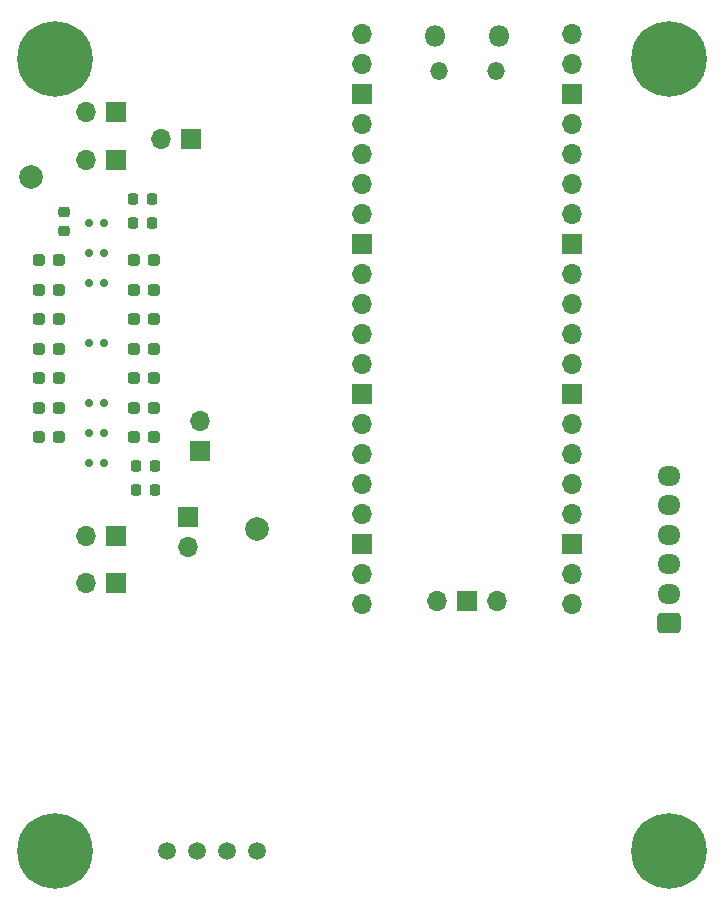
<source format=gbr>
%TF.GenerationSoftware,KiCad,Pcbnew,(6.0.10)*%
%TF.CreationDate,2023-03-05T19:00:04+01:00*%
%TF.ProjectId,HighPrecPosSens,48696768-5072-4656-9350-6f7353656e73,1*%
%TF.SameCoordinates,Original*%
%TF.FileFunction,Soldermask,Bot*%
%TF.FilePolarity,Negative*%
%FSLAX46Y46*%
G04 Gerber Fmt 4.6, Leading zero omitted, Abs format (unit mm)*
G04 Created by KiCad (PCBNEW (6.0.10)) date 2023-03-05 19:00:04*
%MOMM*%
%LPD*%
G01*
G04 APERTURE LIST*
G04 Aperture macros list*
%AMRoundRect*
0 Rectangle with rounded corners*
0 $1 Rounding radius*
0 $2 $3 $4 $5 $6 $7 $8 $9 X,Y pos of 4 corners*
0 Add a 4 corners polygon primitive as box body*
4,1,4,$2,$3,$4,$5,$6,$7,$8,$9,$2,$3,0*
0 Add four circle primitives for the rounded corners*
1,1,$1+$1,$2,$3*
1,1,$1+$1,$4,$5*
1,1,$1+$1,$6,$7*
1,1,$1+$1,$8,$9*
0 Add four rect primitives between the rounded corners*
20,1,$1+$1,$2,$3,$4,$5,0*
20,1,$1+$1,$4,$5,$6,$7,0*
20,1,$1+$1,$6,$7,$8,$9,0*
20,1,$1+$1,$8,$9,$2,$3,0*%
G04 Aperture macros list end*
%ADD10C,6.400000*%
%ADD11RoundRect,0.250000X0.725000X-0.600000X0.725000X0.600000X-0.725000X0.600000X-0.725000X-0.600000X0*%
%ADD12O,1.950000X1.700000*%
%ADD13C,1.500000*%
%ADD14R,1.700000X1.700000*%
%ADD15O,1.700000X1.700000*%
%ADD16O,1.800000X1.800000*%
%ADD17O,1.500000X1.500000*%
%ADD18RoundRect,0.237500X-0.287500X-0.237500X0.287500X-0.237500X0.287500X0.237500X-0.287500X0.237500X0*%
%ADD19C,2.000000*%
%ADD20RoundRect,0.237500X0.287500X0.237500X-0.287500X0.237500X-0.287500X-0.237500X0.287500X-0.237500X0*%
%ADD21RoundRect,0.225000X-0.225000X-0.250000X0.225000X-0.250000X0.225000X0.250000X-0.225000X0.250000X0*%
%ADD22RoundRect,0.225000X0.250000X-0.225000X0.250000X0.225000X-0.250000X0.225000X-0.250000X-0.225000X0*%
%ADD23C,0.700000*%
G04 APERTURE END LIST*
D10*
%TO.C,H2*%
X118750000Y-57980864D03*
%TD*%
D11*
%TO.C,J5*%
X118725000Y-105730864D03*
D12*
X118725000Y-103230864D03*
X118725000Y-100730864D03*
X118725000Y-98230864D03*
X118725000Y-95730864D03*
X118725000Y-93230864D03*
%TD*%
D13*
%TO.C,TP1*%
X78740000Y-125000000D03*
%TD*%
D10*
%TO.C,H4*%
X118750000Y-124980864D03*
%TD*%
D14*
%TO.C,J8*%
X77978000Y-96774000D03*
D15*
X77978000Y-99314000D03*
%TD*%
D13*
%TO.C,TP4*%
X76200000Y-125000000D03*
%TD*%
%TO.C,TP3*%
X81280000Y-125000000D03*
%TD*%
D10*
%TO.C,H1*%
X66750000Y-57980864D03*
%TD*%
D13*
%TO.C,TP2*%
X83820000Y-125000000D03*
%TD*%
D10*
%TO.C,H3*%
X66750000Y-124980864D03*
%TD*%
D16*
%TO.C,U6*%
X98925000Y-55980864D03*
X104375000Y-55980864D03*
D17*
X99225000Y-59010864D03*
X104075000Y-59010864D03*
D15*
X92760000Y-55850864D03*
X92760000Y-58390864D03*
D14*
X92760000Y-60930864D03*
D15*
X92760000Y-63470864D03*
X92760000Y-66010864D03*
X92760000Y-68550864D03*
X92760000Y-71090864D03*
D14*
X92760000Y-73630864D03*
D15*
X92760000Y-76170864D03*
X92760000Y-78710864D03*
X92760000Y-81250864D03*
X92760000Y-83790864D03*
D14*
X92760000Y-86330864D03*
D15*
X92760000Y-88870864D03*
X92760000Y-91410864D03*
X92760000Y-93950864D03*
X92760000Y-96490864D03*
D14*
X92760000Y-99030864D03*
D15*
X92760000Y-101570864D03*
X92760000Y-104110864D03*
X110540000Y-104110864D03*
X110540000Y-101570864D03*
D14*
X110540000Y-99030864D03*
D15*
X110540000Y-96490864D03*
X110540000Y-93950864D03*
X110540000Y-91410864D03*
X110540000Y-88870864D03*
D14*
X110540000Y-86330864D03*
D15*
X110540000Y-83790864D03*
X110540000Y-81250864D03*
X110540000Y-78710864D03*
X110540000Y-76170864D03*
D14*
X110540000Y-73630864D03*
D15*
X110540000Y-71090864D03*
X110540000Y-68550864D03*
X110540000Y-66010864D03*
X110540000Y-63470864D03*
D14*
X110540000Y-60930864D03*
D15*
X110540000Y-58390864D03*
X110540000Y-55850864D03*
X99110000Y-103880864D03*
D14*
X101650000Y-103880864D03*
D15*
X104190000Y-103880864D03*
%TD*%
D14*
%TO.C,J6*%
X78232000Y-64770000D03*
D15*
X75692000Y-64770000D03*
%TD*%
D14*
%TO.C,J7*%
X78994000Y-91191000D03*
D15*
X78994000Y-88651000D03*
%TD*%
D18*
%TO.C,D2*%
X73418000Y-77492864D03*
X75168000Y-77492864D03*
%TD*%
D19*
%TO.C,FID4*%
X64750000Y-67980864D03*
%TD*%
D18*
%TO.C,D4*%
X73418000Y-82492864D03*
X75168000Y-82492864D03*
%TD*%
D20*
%TO.C,D15*%
X67125000Y-89980864D03*
X65375000Y-89980864D03*
%TD*%
D14*
%TO.C,J4*%
X71925000Y-66480864D03*
D15*
X69385000Y-66480864D03*
%TD*%
D21*
%TO.C,C6*%
X73631000Y-94470864D03*
X75181000Y-94470864D03*
%TD*%
D14*
%TO.C,J3*%
X71930000Y-102310864D03*
D15*
X69390000Y-102310864D03*
%TD*%
D18*
%TO.C,D6*%
X73418000Y-87492864D03*
X75168000Y-87492864D03*
%TD*%
D22*
%TO.C,C8*%
X67500000Y-72505864D03*
X67500000Y-70955864D03*
%TD*%
D19*
%TO.C,FID3*%
X83820000Y-97790000D03*
%TD*%
D20*
%TO.C,D11*%
X67125000Y-79980864D03*
X65375000Y-79980864D03*
%TD*%
D18*
%TO.C,D7*%
X73418000Y-89992864D03*
X75168000Y-89992864D03*
%TD*%
D20*
%TO.C,D14*%
X67125000Y-87480864D03*
X65375000Y-87480864D03*
%TD*%
%TO.C,D12*%
X67125000Y-82480864D03*
X65375000Y-82480864D03*
%TD*%
D21*
%TO.C,C10*%
X73377000Y-71864864D03*
X74927000Y-71864864D03*
%TD*%
%TO.C,C7*%
X73377000Y-69832864D03*
X74927000Y-69832864D03*
%TD*%
%TO.C,C9*%
X73631000Y-92438864D03*
X75181000Y-92438864D03*
%TD*%
D23*
%TO.C,U2*%
X70885000Y-71820864D03*
X70885000Y-74360864D03*
X70885000Y-76900864D03*
X70885000Y-81980864D03*
X70885000Y-87060864D03*
X70885000Y-89600864D03*
X70885000Y-92140864D03*
X69615000Y-92140864D03*
X69615000Y-89600864D03*
X69615000Y-87060864D03*
X69615000Y-81980864D03*
X69615000Y-76900864D03*
X69615000Y-74360864D03*
X69615000Y-71820864D03*
%TD*%
D20*
%TO.C,D13*%
X67125000Y-84980864D03*
X65375000Y-84980864D03*
%TD*%
D14*
%TO.C,J1*%
X71930000Y-98310864D03*
D15*
X69390000Y-98310864D03*
%TD*%
D20*
%TO.C,D9*%
X67125000Y-74992864D03*
X65375000Y-74992864D03*
%TD*%
D18*
%TO.C,D1*%
X73418000Y-74992864D03*
X75168000Y-74992864D03*
%TD*%
D14*
%TO.C,J2*%
X71925000Y-62480864D03*
D15*
X69385000Y-62480864D03*
%TD*%
D18*
%TO.C,D3*%
X73418000Y-79992864D03*
X75168000Y-79992864D03*
%TD*%
D20*
%TO.C,D10*%
X67125000Y-77480864D03*
X65375000Y-77480864D03*
%TD*%
D18*
%TO.C,D5*%
X73418000Y-84992864D03*
X75168000Y-84992864D03*
%TD*%
M02*

</source>
